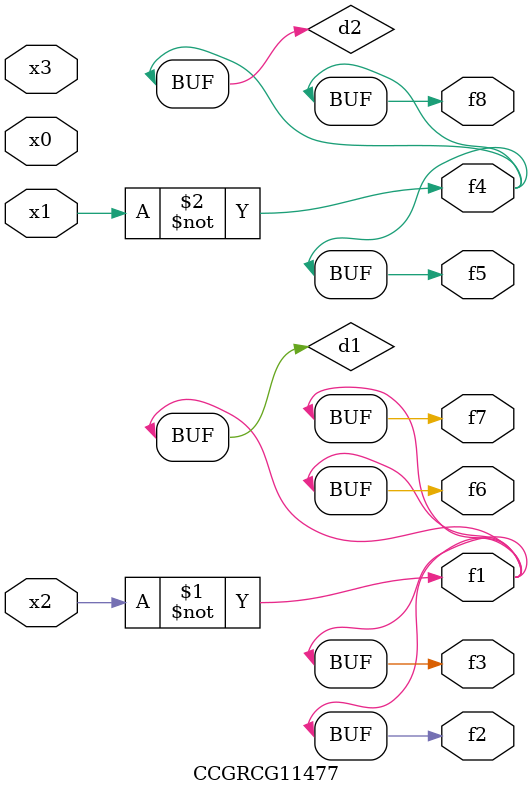
<source format=v>
module CCGRCG11477(
	input x0, x1, x2, x3,
	output f1, f2, f3, f4, f5, f6, f7, f8
);

	wire d1, d2;

	xnor (d1, x2);
	not (d2, x1);
	assign f1 = d1;
	assign f2 = d1;
	assign f3 = d1;
	assign f4 = d2;
	assign f5 = d2;
	assign f6 = d1;
	assign f7 = d1;
	assign f8 = d2;
endmodule

</source>
